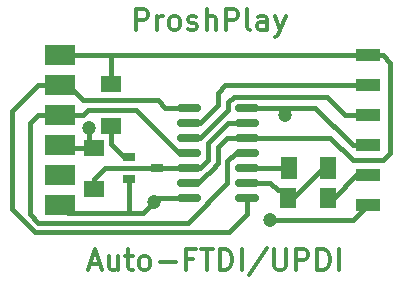
<source format=gbr>
%TF.GenerationSoftware,KiCad,Pcbnew,9.0.0*%
%TF.CreationDate,2025-04-17T14:47:38+05:30*%
%TF.ProjectId,ftdi-updi-auto,66746469-2d75-4706-9469-2d6175746f2e,rev?*%
%TF.SameCoordinates,Original*%
%TF.FileFunction,Copper,L1,Top*%
%TF.FilePolarity,Positive*%
%FSLAX46Y46*%
G04 Gerber Fmt 4.6, Leading zero omitted, Abs format (unit mm)*
G04 Created by KiCad (PCBNEW 9.0.0) date 2025-04-17 14:47:38*
%MOMM*%
%LPD*%
G01*
G04 APERTURE LIST*
G04 Aperture macros list*
%AMRoundRect*
0 Rectangle with rounded corners*
0 $1 Rounding radius*
0 $2 $3 $4 $5 $6 $7 $8 $9 X,Y pos of 4 corners*
0 Add a 4 corners polygon primitive as box body*
4,1,4,$2,$3,$4,$5,$6,$7,$8,$9,$2,$3,0*
0 Add four circle primitives for the rounded corners*
1,1,$1+$1,$2,$3*
1,1,$1+$1,$4,$5*
1,1,$1+$1,$6,$7*
1,1,$1+$1,$8,$9*
0 Add four rect primitives between the rounded corners*
20,1,$1+$1,$2,$3,$4,$5,0*
20,1,$1+$1,$4,$5,$6,$7,0*
20,1,$1+$1,$6,$7,$8,$9,0*
20,1,$1+$1,$8,$9,$2,$3,0*%
G04 Aperture macros list end*
%ADD10C,0.360000*%
%TA.AperFunction,NonConductor*%
%ADD11C,0.360000*%
%TD*%
%TA.AperFunction,SMDPad,CuDef*%
%ADD12R,1.000000X0.700000*%
%TD*%
%TA.AperFunction,SMDPad,CuDef*%
%ADD13R,1.700000X1.400000*%
%TD*%
%TA.AperFunction,SMDPad,CuDef*%
%ADD14RoundRect,0.150000X-0.825000X-0.150000X0.825000X-0.150000X0.825000X0.150000X-0.825000X0.150000X0*%
%TD*%
%TA.AperFunction,SMDPad,CuDef*%
%ADD15R,1.400000X1.700000*%
%TD*%
%TA.AperFunction,SMDPad,CuDef*%
%ADD16R,2.000000X1.000000*%
%TD*%
%TA.AperFunction,SMDPad,CuDef*%
%ADD17R,2.500000X1.700000*%
%TD*%
%TA.AperFunction,SMDPad,CuDef*%
%ADD18R,1.400000X1.900000*%
%TD*%
%TA.AperFunction,ViaPad*%
%ADD19C,1.200000*%
%TD*%
%TA.AperFunction,Conductor*%
%ADD20C,0.400000*%
%TD*%
G04 APERTURE END LIST*
D10*
D11*
X89479699Y-70366708D02*
X90336842Y-70366708D01*
X89308270Y-70880994D02*
X89908270Y-69080994D01*
X89908270Y-69080994D02*
X90508270Y-70880994D01*
X91879699Y-69680994D02*
X91879699Y-70880994D01*
X91108270Y-69680994D02*
X91108270Y-70623851D01*
X91108270Y-70623851D02*
X91193984Y-70795280D01*
X91193984Y-70795280D02*
X91365413Y-70880994D01*
X91365413Y-70880994D02*
X91622556Y-70880994D01*
X91622556Y-70880994D02*
X91793984Y-70795280D01*
X91793984Y-70795280D02*
X91879699Y-70709565D01*
X92479698Y-69680994D02*
X93165412Y-69680994D01*
X92736841Y-69080994D02*
X92736841Y-70623851D01*
X92736841Y-70623851D02*
X92822555Y-70795280D01*
X92822555Y-70795280D02*
X92993984Y-70880994D01*
X92993984Y-70880994D02*
X93165412Y-70880994D01*
X94022555Y-70880994D02*
X93851126Y-70795280D01*
X93851126Y-70795280D02*
X93765412Y-70709565D01*
X93765412Y-70709565D02*
X93679698Y-70538137D01*
X93679698Y-70538137D02*
X93679698Y-70023851D01*
X93679698Y-70023851D02*
X93765412Y-69852422D01*
X93765412Y-69852422D02*
X93851126Y-69766708D01*
X93851126Y-69766708D02*
X94022555Y-69680994D01*
X94022555Y-69680994D02*
X94279698Y-69680994D01*
X94279698Y-69680994D02*
X94451126Y-69766708D01*
X94451126Y-69766708D02*
X94536841Y-69852422D01*
X94536841Y-69852422D02*
X94622555Y-70023851D01*
X94622555Y-70023851D02*
X94622555Y-70538137D01*
X94622555Y-70538137D02*
X94536841Y-70709565D01*
X94536841Y-70709565D02*
X94451126Y-70795280D01*
X94451126Y-70795280D02*
X94279698Y-70880994D01*
X94279698Y-70880994D02*
X94022555Y-70880994D01*
X95393983Y-70195280D02*
X96765412Y-70195280D01*
X98222554Y-69938137D02*
X97622554Y-69938137D01*
X97622554Y-70880994D02*
X97622554Y-69080994D01*
X97622554Y-69080994D02*
X98479697Y-69080994D01*
X98908268Y-69080994D02*
X99936840Y-69080994D01*
X99422554Y-70880994D02*
X99422554Y-69080994D01*
X100536840Y-70880994D02*
X100536840Y-69080994D01*
X100536840Y-69080994D02*
X100965411Y-69080994D01*
X100965411Y-69080994D02*
X101222554Y-69166708D01*
X101222554Y-69166708D02*
X101393983Y-69338137D01*
X101393983Y-69338137D02*
X101479697Y-69509565D01*
X101479697Y-69509565D02*
X101565411Y-69852422D01*
X101565411Y-69852422D02*
X101565411Y-70109565D01*
X101565411Y-70109565D02*
X101479697Y-70452422D01*
X101479697Y-70452422D02*
X101393983Y-70623851D01*
X101393983Y-70623851D02*
X101222554Y-70795280D01*
X101222554Y-70795280D02*
X100965411Y-70880994D01*
X100965411Y-70880994D02*
X100536840Y-70880994D01*
X102336840Y-70880994D02*
X102336840Y-69080994D01*
X104479697Y-68995280D02*
X102936840Y-71309565D01*
X105079697Y-69080994D02*
X105079697Y-70538137D01*
X105079697Y-70538137D02*
X105165411Y-70709565D01*
X105165411Y-70709565D02*
X105251126Y-70795280D01*
X105251126Y-70795280D02*
X105422554Y-70880994D01*
X105422554Y-70880994D02*
X105765411Y-70880994D01*
X105765411Y-70880994D02*
X105936840Y-70795280D01*
X105936840Y-70795280D02*
X106022554Y-70709565D01*
X106022554Y-70709565D02*
X106108268Y-70538137D01*
X106108268Y-70538137D02*
X106108268Y-69080994D01*
X106965411Y-70880994D02*
X106965411Y-69080994D01*
X106965411Y-69080994D02*
X107651125Y-69080994D01*
X107651125Y-69080994D02*
X107822554Y-69166708D01*
X107822554Y-69166708D02*
X107908268Y-69252422D01*
X107908268Y-69252422D02*
X107993982Y-69423851D01*
X107993982Y-69423851D02*
X107993982Y-69680994D01*
X107993982Y-69680994D02*
X107908268Y-69852422D01*
X107908268Y-69852422D02*
X107822554Y-69938137D01*
X107822554Y-69938137D02*
X107651125Y-70023851D01*
X107651125Y-70023851D02*
X106965411Y-70023851D01*
X108765411Y-70880994D02*
X108765411Y-69080994D01*
X108765411Y-69080994D02*
X109193982Y-69080994D01*
X109193982Y-69080994D02*
X109451125Y-69166708D01*
X109451125Y-69166708D02*
X109622554Y-69338137D01*
X109622554Y-69338137D02*
X109708268Y-69509565D01*
X109708268Y-69509565D02*
X109793982Y-69852422D01*
X109793982Y-69852422D02*
X109793982Y-70109565D01*
X109793982Y-70109565D02*
X109708268Y-70452422D01*
X109708268Y-70452422D02*
X109622554Y-70623851D01*
X109622554Y-70623851D02*
X109451125Y-70795280D01*
X109451125Y-70795280D02*
X109193982Y-70880994D01*
X109193982Y-70880994D02*
X108765411Y-70880994D01*
X110565411Y-70880994D02*
X110565411Y-69080994D01*
D10*
D11*
X93375413Y-50560994D02*
X93375413Y-48760994D01*
X93375413Y-48760994D02*
X94061127Y-48760994D01*
X94061127Y-48760994D02*
X94232556Y-48846708D01*
X94232556Y-48846708D02*
X94318270Y-48932422D01*
X94318270Y-48932422D02*
X94403984Y-49103851D01*
X94403984Y-49103851D02*
X94403984Y-49360994D01*
X94403984Y-49360994D02*
X94318270Y-49532422D01*
X94318270Y-49532422D02*
X94232556Y-49618137D01*
X94232556Y-49618137D02*
X94061127Y-49703851D01*
X94061127Y-49703851D02*
X93375413Y-49703851D01*
X95175413Y-50560994D02*
X95175413Y-49360994D01*
X95175413Y-49703851D02*
X95261127Y-49532422D01*
X95261127Y-49532422D02*
X95346842Y-49446708D01*
X95346842Y-49446708D02*
X95518270Y-49360994D01*
X95518270Y-49360994D02*
X95689699Y-49360994D01*
X96546842Y-50560994D02*
X96375413Y-50475280D01*
X96375413Y-50475280D02*
X96289699Y-50389565D01*
X96289699Y-50389565D02*
X96203985Y-50218137D01*
X96203985Y-50218137D02*
X96203985Y-49703851D01*
X96203985Y-49703851D02*
X96289699Y-49532422D01*
X96289699Y-49532422D02*
X96375413Y-49446708D01*
X96375413Y-49446708D02*
X96546842Y-49360994D01*
X96546842Y-49360994D02*
X96803985Y-49360994D01*
X96803985Y-49360994D02*
X96975413Y-49446708D01*
X96975413Y-49446708D02*
X97061128Y-49532422D01*
X97061128Y-49532422D02*
X97146842Y-49703851D01*
X97146842Y-49703851D02*
X97146842Y-50218137D01*
X97146842Y-50218137D02*
X97061128Y-50389565D01*
X97061128Y-50389565D02*
X96975413Y-50475280D01*
X96975413Y-50475280D02*
X96803985Y-50560994D01*
X96803985Y-50560994D02*
X96546842Y-50560994D01*
X97832556Y-50475280D02*
X98003984Y-50560994D01*
X98003984Y-50560994D02*
X98346841Y-50560994D01*
X98346841Y-50560994D02*
X98518270Y-50475280D01*
X98518270Y-50475280D02*
X98603984Y-50303851D01*
X98603984Y-50303851D02*
X98603984Y-50218137D01*
X98603984Y-50218137D02*
X98518270Y-50046708D01*
X98518270Y-50046708D02*
X98346841Y-49960994D01*
X98346841Y-49960994D02*
X98089699Y-49960994D01*
X98089699Y-49960994D02*
X97918270Y-49875280D01*
X97918270Y-49875280D02*
X97832556Y-49703851D01*
X97832556Y-49703851D02*
X97832556Y-49618137D01*
X97832556Y-49618137D02*
X97918270Y-49446708D01*
X97918270Y-49446708D02*
X98089699Y-49360994D01*
X98089699Y-49360994D02*
X98346841Y-49360994D01*
X98346841Y-49360994D02*
X98518270Y-49446708D01*
X99375413Y-50560994D02*
X99375413Y-48760994D01*
X100146842Y-50560994D02*
X100146842Y-49618137D01*
X100146842Y-49618137D02*
X100061127Y-49446708D01*
X100061127Y-49446708D02*
X99889699Y-49360994D01*
X99889699Y-49360994D02*
X99632556Y-49360994D01*
X99632556Y-49360994D02*
X99461127Y-49446708D01*
X99461127Y-49446708D02*
X99375413Y-49532422D01*
X101003984Y-50560994D02*
X101003984Y-48760994D01*
X101003984Y-48760994D02*
X101689698Y-48760994D01*
X101689698Y-48760994D02*
X101861127Y-48846708D01*
X101861127Y-48846708D02*
X101946841Y-48932422D01*
X101946841Y-48932422D02*
X102032555Y-49103851D01*
X102032555Y-49103851D02*
X102032555Y-49360994D01*
X102032555Y-49360994D02*
X101946841Y-49532422D01*
X101946841Y-49532422D02*
X101861127Y-49618137D01*
X101861127Y-49618137D02*
X101689698Y-49703851D01*
X101689698Y-49703851D02*
X101003984Y-49703851D01*
X103061127Y-50560994D02*
X102889698Y-50475280D01*
X102889698Y-50475280D02*
X102803984Y-50303851D01*
X102803984Y-50303851D02*
X102803984Y-48760994D01*
X104518270Y-50560994D02*
X104518270Y-49618137D01*
X104518270Y-49618137D02*
X104432555Y-49446708D01*
X104432555Y-49446708D02*
X104261127Y-49360994D01*
X104261127Y-49360994D02*
X103918270Y-49360994D01*
X103918270Y-49360994D02*
X103746841Y-49446708D01*
X104518270Y-50475280D02*
X104346841Y-50560994D01*
X104346841Y-50560994D02*
X103918270Y-50560994D01*
X103918270Y-50560994D02*
X103746841Y-50475280D01*
X103746841Y-50475280D02*
X103661127Y-50303851D01*
X103661127Y-50303851D02*
X103661127Y-50132422D01*
X103661127Y-50132422D02*
X103746841Y-49960994D01*
X103746841Y-49960994D02*
X103918270Y-49875280D01*
X103918270Y-49875280D02*
X104346841Y-49875280D01*
X104346841Y-49875280D02*
X104518270Y-49789565D01*
X105203983Y-49360994D02*
X105632555Y-50560994D01*
X106061126Y-49360994D02*
X105632555Y-50560994D01*
X105632555Y-50560994D02*
X105461126Y-50989565D01*
X105461126Y-50989565D02*
X105375412Y-51075280D01*
X105375412Y-51075280D02*
X105203983Y-51160994D01*
D12*
%TO.P,Q1,3,D*%
%TO.N,MODE-FTDI*%
X95180000Y-62230000D03*
%TO.P,Q1,2,S*%
%TO.N,GND*%
X92780000Y-63180000D03*
%TO.P,Q1,1,G*%
%TO.N,Net-(Q1-G)*%
X92780000Y-61280000D03*
%TD*%
D13*
%TO.P,R3,2*%
%TO.N,DTR*%
X91307133Y-55146301D03*
%TO.P,R3,1*%
%TO.N,Net-(Q1-G)*%
X91307133Y-58646301D03*
%TD*%
D14*
%TO.P,U1,1,1Y*%
%TO.N,RX*%
X97855000Y-57150000D03*
%TO.P,U1,2,1Z*%
%TO.N,RX-T*%
X97855000Y-58420000D03*
%TO.P,U1,3,2Z*%
%TO.N,TX-T*%
X97855000Y-59690000D03*
%TO.P,U1,4,2Y*%
%TO.N,TX*%
X97855000Y-60960000D03*
%TO.P,U1,5,2E*%
%TO.N,MODE-FTDI*%
X97855000Y-62230000D03*
%TO.P,U1,6,3E*%
%TO.N,DTR*%
X97855000Y-63500000D03*
%TO.P,U1,7,VSS*%
%TO.N,GND*%
X97855000Y-64770000D03*
%TO.P,U1,8,3Y*%
%TO.N,RX*%
X102805000Y-64770000D03*
%TO.P,U1,9,3Z*%
%TO.N,Net-(D1-A)*%
X102805000Y-63500000D03*
%TO.P,U1,10,4Z*%
%TO.N,Net-(D1-K)*%
X102805000Y-62230000D03*
%TO.P,U1,11,4Y*%
%TO.N,TX*%
X102805000Y-60960000D03*
%TO.P,U1,12,4E*%
%TO.N,DTR*%
X102805000Y-59690000D03*
%TO.P,U1,13,1E*%
%TO.N,MODE-FTDI*%
X102805000Y-58420000D03*
%TO.P,U1,14,VDD*%
%TO.N,VCC*%
X102805000Y-57150000D03*
%TD*%
D15*
%TO.P,R1,1*%
%TO.N,Net-(D1-A)*%
X106250000Y-64770000D03*
%TO.P,R1,2*%
%TO.N,UPDI*%
X109650000Y-64770000D03*
%TD*%
D13*
%TO.P,R2,1*%
%TO.N,MODE-FTDI*%
X89823490Y-64011531D03*
%TO.P,R2,2*%
%TO.N,VCC*%
X89823490Y-60511531D03*
%TD*%
D16*
%TO.P,J2,1*%
%TO.N,DTR*%
X113030000Y-52705000D03*
%TO.P,J2,2*%
%TO.N,RX-T*%
X113030000Y-55245000D03*
%TO.P,J2,3*%
%TO.N,TX-T*%
X113030000Y-57785000D03*
%TO.P,J2,4*%
%TO.N,VCC*%
X113030000Y-60325000D03*
%TO.P,J2,5*%
%TO.N,UPDI*%
X113030000Y-62865000D03*
%TO.P,J2,6*%
%TO.N,GND*%
X113030000Y-65405000D03*
%TD*%
D17*
%TO.P,J1,1*%
%TO.N,GND*%
X86995000Y-65405000D03*
%TO.P,J1,2*%
%TO.N,unconnected-(J1-Pad2)*%
X86995000Y-62865000D03*
%TO.P,J1,3*%
%TO.N,VCC*%
X86995000Y-60325000D03*
%TO.P,J1,4*%
%TO.N,TX*%
X86995000Y-57785000D03*
%TO.P,J1,5*%
%TO.N,RX*%
X86995000Y-55245000D03*
%TO.P,J1,6*%
%TO.N,DTR*%
X86995000Y-52705000D03*
%TD*%
D18*
%TO.P,D1,1,K*%
%TO.N,Net-(D1-K)*%
X106385882Y-62230984D03*
%TO.P,D1,2,A*%
%TO.N,Net-(D1-A)*%
X109685882Y-62230984D03*
%TD*%
D19*
%TO.N,VCC*%
X89415877Y-58868454D03*
X106045000Y-57785000D03*
%TO.N,GND*%
X94932500Y-65087500D03*
X104775000Y-66675000D03*
%TD*%
D20*
%TO.N,VCC*%
X89415877Y-60103918D02*
X89823490Y-60511531D01*
X89415877Y-58868454D02*
X89415877Y-60103918D01*
X106045000Y-57150000D02*
X106045000Y-57785000D01*
X106045000Y-57150000D02*
X108585000Y-57150000D01*
%TO.N,GND*%
X94932500Y-65087500D02*
X95250000Y-64770000D01*
X111760000Y-66675000D02*
X104775000Y-66675000D01*
X113030000Y-65405000D02*
X111760000Y-66675000D01*
%TO.N,RX*%
X102805000Y-66105000D02*
X102805000Y-64770000D01*
X84812214Y-67657000D02*
X101253000Y-67657000D01*
X82899638Y-65744424D02*
X84812214Y-67657000D01*
X82899638Y-57435362D02*
X82899638Y-65744424D01*
X85090000Y-55245000D02*
X82899638Y-57435362D01*
X86995000Y-55245000D02*
X85090000Y-55245000D01*
X101253000Y-67657000D02*
X102805000Y-66105000D01*
%TO.N,GND*%
X92799397Y-66041607D02*
X92799398Y-66041608D01*
X86995000Y-65405000D02*
X87631607Y-66041607D01*
X87631607Y-66041607D02*
X92799397Y-66041607D01*
%TO.N,VCC*%
X89823490Y-60511531D02*
X87181531Y-60511531D01*
X87181531Y-60511531D02*
X86995000Y-60325000D01*
%TO.N,MODE-FTDI*%
X89823490Y-63211510D02*
X89823490Y-64011531D01*
X90805000Y-62230000D02*
X89823490Y-63211510D01*
X95180000Y-62230000D02*
X90805000Y-62230000D01*
%TO.N,GND*%
X92780000Y-66022210D02*
X92799398Y-66041608D01*
X92780000Y-63180000D02*
X92780000Y-66022210D01*
X92799398Y-66041608D02*
X93978392Y-66041608D01*
X95250000Y-64770000D02*
X97855000Y-64770000D01*
X93978392Y-66041608D02*
X94932500Y-65087500D01*
%TO.N,MODE-FTDI*%
X95180000Y-62230000D02*
X97855000Y-62230000D01*
%TO.N,Net-(Q1-G)*%
X92395000Y-61280000D02*
X91307133Y-60192133D01*
X91307133Y-60192133D02*
X91307133Y-58646301D01*
X92780000Y-61280000D02*
X92395000Y-61280000D01*
%TO.N,DTR*%
X86995000Y-52705000D02*
X91440000Y-52705000D01*
X91307133Y-55146301D02*
X91307133Y-52837867D01*
X91307133Y-52837867D02*
X91440000Y-52705000D01*
X91440000Y-52705000D02*
X113030000Y-52705000D01*
%TO.N,TX*%
X97046346Y-60960000D02*
X97855000Y-60960000D01*
X89369000Y-57316000D02*
X93402346Y-57316000D01*
X88900000Y-57785000D02*
X89369000Y-57316000D01*
X86995000Y-57785000D02*
X88900000Y-57785000D01*
X93402346Y-57316000D02*
X97046346Y-60960000D01*
%TO.N,RX*%
X95885000Y-57150000D02*
X97855000Y-57150000D01*
X95250000Y-56515000D02*
X95885000Y-57150000D01*
X88900000Y-56515000D02*
X95250000Y-56515000D01*
X87630000Y-55245000D02*
X88900000Y-56515000D01*
X86995000Y-55245000D02*
X87630000Y-55245000D01*
%TO.N,Net-(D1-A)*%
X106680000Y-64770000D02*
X109219016Y-62230984D01*
X106250000Y-64770000D02*
X106680000Y-64770000D01*
X109219016Y-62230984D02*
X109685882Y-62230984D01*
%TO.N,DTR*%
X109855000Y-59690000D02*
X102805000Y-59690000D01*
X114300000Y-61595000D02*
X111760000Y-61595000D01*
X111760000Y-61595000D02*
X109855000Y-59690000D01*
X114935000Y-60960000D02*
X114300000Y-61595000D01*
X114935000Y-53340000D02*
X114935000Y-60960000D01*
X114300000Y-52705000D02*
X114935000Y-53340000D01*
X113030000Y-52705000D02*
X114300000Y-52705000D01*
%TO.N,Net-(D1-K)*%
X104775000Y-62230000D02*
X102805000Y-62230000D01*
X104775984Y-62230984D02*
X104775000Y-62230000D01*
X106385882Y-62230984D02*
X104775984Y-62230984D01*
%TO.N,UPDI*%
X110130776Y-64770000D02*
X109650000Y-64770000D01*
X112035776Y-62865000D02*
X110130776Y-64770000D01*
X113030000Y-62865000D02*
X112035776Y-62865000D01*
%TO.N,Net-(D1-A)*%
X105410000Y-64135000D02*
X104775000Y-63500000D01*
X105615000Y-64135000D02*
X105410000Y-64135000D01*
X106250000Y-64770000D02*
X105615000Y-64135000D01*
X104775000Y-63500000D02*
X102805000Y-63500000D01*
%TO.N,TX*%
X84455000Y-58420000D02*
X85090000Y-57785000D01*
X85090000Y-57785000D02*
X86995000Y-57785000D01*
X84455000Y-66167000D02*
X84455000Y-58420000D01*
X101137356Y-63528876D02*
X97810232Y-66856000D01*
X85144000Y-66856000D02*
X84455000Y-66167000D01*
X101137356Y-61652645D02*
X101137356Y-63528876D01*
X101830001Y-60960000D02*
X101137356Y-61652645D01*
X97810232Y-66856000D02*
X85144000Y-66856000D01*
X102805000Y-60960000D02*
X101830001Y-60960000D01*
%TO.N,DTR*%
X101095571Y-59690000D02*
X102805000Y-59690000D01*
X100496000Y-60289571D02*
X101095571Y-59690000D01*
X100336356Y-60449215D02*
X100496000Y-60289571D01*
X100336356Y-61856428D02*
X100336356Y-61192857D01*
X100336356Y-61856429D02*
X100336356Y-61856428D01*
X100336356Y-61192857D02*
X100336356Y-60449215D01*
X99808853Y-62383932D02*
X100336356Y-61856429D01*
X98692785Y-63500000D02*
X99161785Y-63031000D01*
X99161785Y-63031000D02*
X99808853Y-62383932D01*
X97855000Y-63500000D02*
X98692785Y-63500000D01*
%TO.N,MODE-FTDI*%
X101232785Y-58420000D02*
X102805000Y-58420000D01*
X99535356Y-60117429D02*
X101232785Y-58420000D01*
X98829999Y-62230000D02*
X99535356Y-61524643D01*
X97855000Y-62230000D02*
X98829999Y-62230000D01*
X99535356Y-61524643D02*
X99535356Y-60117429D01*
%TO.N,RX-T*%
X100965000Y-55245000D02*
X113030000Y-55245000D01*
X100330000Y-55880000D02*
X100965000Y-55245000D01*
X98829999Y-58420000D02*
X100330000Y-56919999D01*
X100330000Y-56919999D02*
X100330000Y-55880000D01*
X97855000Y-58420000D02*
X98829999Y-58420000D01*
%TO.N,TX-T*%
X111125000Y-57785000D02*
X113030000Y-57785000D01*
X109589000Y-56249000D02*
X111125000Y-57785000D01*
X101229000Y-56684768D02*
X101664768Y-56249000D01*
X101229000Y-57290999D02*
X101229000Y-56684768D01*
X102270999Y-56249000D02*
X103945232Y-56249000D01*
X101664768Y-56249000D02*
X102270999Y-56249000D01*
X98829999Y-59690000D02*
X101229000Y-57290999D01*
X97855000Y-59690000D02*
X98829999Y-59690000D01*
X103945232Y-56249000D02*
X109589000Y-56249000D01*
%TO.N,VCC*%
X108585000Y-57150000D02*
X111760000Y-60325000D01*
X102805000Y-57150000D02*
X106045000Y-57150000D01*
X111760000Y-60325000D02*
X113030000Y-60325000D01*
%TD*%
M02*

</source>
